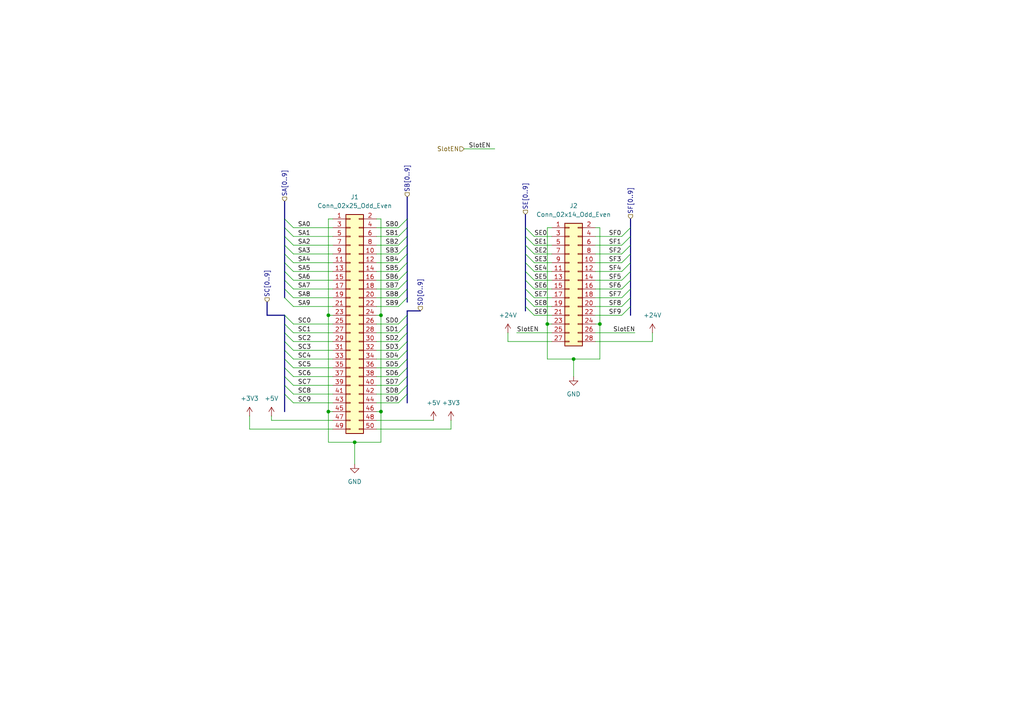
<source format=kicad_sch>
(kicad_sch (version 20231120) (generator "eeschema") (generator_version "8.0")
  (paper "A4")
  (lib_symbols
    (symbol "Connector_Generic:Conn_02x14_Odd_Even" (pin_names (offset 1.016) hide)
      (property "Reference" "J" (at 1.27 17.78 0))
      (property "Value" "Conn_02x14_Odd_Even" (at 1.27 -20.32 0))
      (symbol "Conn_02x14_Odd_Even_1_1"
        (rectangle (start -1.27 -17.653) (end 0 -17.907) (stroke (width 0.1524)))
        (rectangle (start -1.27 -15.113) (end 0 -15.367) (stroke (width 0.1524)))
        (rectangle (start -1.27 -12.573) (end 0 -12.827) (stroke (width 0.1524)))
        (rectangle (start -1.27 -10.033) (end 0 -10.287) (stroke (width 0.1524)))
        (rectangle (start -1.27 -7.493) (end 0 -7.747) (stroke (width 0.1524)))
        (rectangle (start -1.27 -4.953) (end 0 -5.207) (stroke (width 0.1524)))
        (rectangle (start -1.27 -2.413) (end 0 -2.667) (stroke (width 0.1524)))
        (rectangle (start -1.27 0.127) (end 0 -0.127) (stroke (width 0.1524)))
        (rectangle (start -1.27 2.667) (end 0 2.413) (stroke (width 0.1524)))
        (rectangle (start -1.27 5.207) (end 0 4.953) (stroke (width 0.1524)))
        (rectangle (start -1.27 7.747) (end 0 7.493) (stroke (width 0.1524)))
        (rectangle (start -1.27 10.287) (end 0 10.033) (stroke (width 0.1524)))
        (rectangle (start -1.27 12.827) (end 0 12.573) (stroke (width 0.1524)))
        (rectangle (start -1.27 15.367) (end 0 15.113) (stroke (width 0.1524)))
        (rectangle (start -1.27 16.51) (end 3.81 -19.05) (stroke (width 0.254)) (fill (type background)))
        (rectangle (start 3.81 -17.653) (end 2.54 -17.907) (stroke (width 0.1524)))
        (rectangle (start 3.81 -15.113) (end 2.54 -15.367) (stroke (width 0.1524)))
        (rectangle (start 3.81 -12.573) (end 2.54 -12.827) (stroke (width 0.1524)))
        (rectangle (start 3.81 -10.033) (end 2.54 -10.287) (stroke (width 0.1524)))
        (rectangle (start 3.81 -7.493) (end 2.54 -7.747) (stroke (width 0.1524)))
        (rectangle (start 3.81 -4.953) (end 2.54 -5.207) (stroke (width 0.1524)))
        (rectangle (start 3.81 -2.413) (end 2.54 -2.667) (stroke (width 0.1524)))
        (rectangle (start 3.81 0.127) (end 2.54 -0.127) (stroke (width 0.1524)))
        (rectangle (start 3.81 2.667) (end 2.54 2.413) (stroke (width 0.1524)))
        (rectangle (start 3.81 5.207) (end 2.54 4.953) (stroke (width 0.1524)))
        (rectangle (start 3.81 7.747) (end 2.54 7.493) (stroke (width 0.1524)))
        (rectangle (start 3.81 10.287) (end 2.54 10.033) (stroke (width 0.1524)))
        (rectangle (start 3.81 12.827) (end 2.54 12.573) (stroke (width 0.1524)))
        (rectangle (start 3.81 15.367) (end 2.54 15.113) (stroke (width 0.1524)))
        (pin passive line (at -5.08 15.24 0) (length 3.81) (name "Pin_1") (number "1"))
        (pin passive line (at 7.62 5.08 180) (length 3.81) (name "Pin_10") (number "10"))
        (pin passive line (at -5.08 2.54 0) (length 3.81) (name "Pin_11") (number "11"))
        (pin passive line (at 7.62 2.54 180) (length 3.81) (name "Pin_12") (number "12"))
        (pin passive line (at -5.08 0 0) (length 3.81) (name "Pin_13") (number "13"))
        (pin passive line (at 7.62 0 180) (length 3.81) (name "Pin_14") (number "14"))
        (pin passive line (at -5.08 -2.54 0) (length 3.81) (name "Pin_15") (number "15"))
        (pin passive line (at 7.62 -2.54 180) (length 3.81) (name "Pin_16") (number "16"))
        (pin passive line (at -5.08 -5.08 0) (length 3.81) (name "Pin_17") (number "17"))
        (pin passive line (at 7.62 -5.08 180) (length 3.81) (name "Pin_18") (number "18"))
        (pin passive line (at -5.08 -7.62 0) (length 3.81) (name "Pin_19") (number "19"))
        (pin passive line (at 7.62 15.24 180) (length 3.81) (name "Pin_2") (number "2"))
        (pin passive line (at 7.62 -7.62 180) (length 3.81) (name "Pin_20") (number "20"))
        (pin passive line (at -5.08 -10.16 0) (length 3.81) (name "Pin_21") (number "21"))
        (pin passive line (at 7.62 -10.16 180) (length 3.81) (name "Pin_22") (number "22"))
        (pin passive line (at -5.08 -12.7 0) (length 3.81) (name "Pin_23") (number "23"))
        (pin passive line (at 7.62 -12.7 180) (length 3.81) (name "Pin_24") (number "24"))
        (pin passive line (at -5.08 -15.24 0) (length 3.81) (name "Pin_25") (number "25"))
        (pin passive line (at 7.62 -15.24 180) (length 3.81) (name "Pin_26") (number "26"))
        (pin passive line (at -5.08 -17.78 0) (length 3.81) (name "Pin_27") (number "27"))
        (pin passive line (at 7.62 -17.78 180) (length 3.81) (name "Pin_28") (number "28"))
        (pin passive line (at -5.08 12.7 0) (length 3.81) (name "Pin_3") (number "3"))
        (pin passive line (at 7.62 12.7 180) (length 3.81) (name "Pin_4") (number "4"))
        (pin passive line (at -5.08 10.16 0) (length 3.81) (name "Pin_5") (number "5"))
        (pin passive line (at 7.62 10.16 180) (length 3.81) (name "Pin_6") (number "6"))
        (pin passive line (at -5.08 7.62 0) (length 3.81) (name "Pin_7") (number "7"))
        (pin passive line (at 7.62 7.62 180) (length 3.81) (name "Pin_8") (number "8"))
        (pin passive line (at -5.08 5.08 0) (length 3.81) (name "Pin_9") (number "9"))
      )
    )
    (symbol "Connector_Generic:Conn_02x25_Odd_Even" (pin_names (offset 1.016) hide)
      (property "Reference" "J" (at 1.27 33.02 0))
      (property "Value" "Conn_02x25_Odd_Even" (at 1.27 -33.02 0))
      (symbol "Conn_02x25_Odd_Even_1_1"
        (rectangle (start -1.27 -30.353) (end 0 -30.607) (stroke (width 0.1524)))
        (rectangle (start -1.27 -27.813) (end 0 -28.067) (stroke (width 0.1524)))
        (rectangle (start -1.27 -25.273) (end 0 -25.527) (stroke (width 0.1524)))
        (rectangle (start -1.27 -22.733) (end 0 -22.987) (stroke (width 0.1524)))
        (rectangle (start -1.27 -20.193) (end 0 -20.447) (stroke (width 0.1524)))
        (rectangle (start -1.27 -17.653) (end 0 -17.907) (stroke (width 0.1524)))
        (rectangle (start -1.27 -15.113) (end 0 -15.367) (stroke (width 0.1524)))
        (rectangle (start -1.27 -12.573) (end 0 -12.827) (stroke (width 0.1524)))
        (rectangle (start -1.27 -10.033) (end 0 -10.287) (stroke (width 0.1524)))
        (rectangle (start -1.27 -7.493) (end 0 -7.747) (stroke (width 0.1524)))
        (rectangle (start -1.27 -4.953) (end 0 -5.207) (stroke (width 0.1524)))
        (rectangle (start -1.27 -2.413) (end 0 -2.667) (stroke (width 0.1524)))
        (rectangle (start -1.27 0.127) (end 0 -0.127) (stroke (width 0.1524)))
        (rectangle (start -1.27 2.667) (end 0 2.413) (stroke (width 0.1524)))
        (rectangle (start -1.27 5.207) (end 0 4.953) (stroke (width 0.1524)))
        (rectangle (start -1.27 7.747) (end 0 7.493) (stroke (width 0.1524)))
        (rectangle (start -1.27 10.287) (end 0 10.033) (stroke (width 0.1524)))
        (rectangle (start -1.27 12.827) (end 0 12.573) (stroke (width 0.1524)))
        (rectangle (start -1.27 15.367) (end 0 15.113) (stroke (width 0.1524)))
        (rectangle (start -1.27 17.907) (end 0 17.653) (stroke (width 0.1524)))
        (rectangle (start -1.27 20.447) (end 0 20.193) (stroke (width 0.1524)))
        (rectangle (start -1.27 22.987) (end 0 22.733) (stroke (width 0.1524)))
        (rectangle (start -1.27 25.527) (end 0 25.273) (stroke (width 0.1524)))
        (rectangle (start -1.27 28.067) (end 0 27.813) (stroke (width 0.1524)))
        (rectangle (start -1.27 30.607) (end 0 30.353) (stroke (width 0.1524)))
        (rectangle (start -1.27 31.75) (end 3.81 -31.75) (stroke (width 0.254)) (fill (type background)))
        (rectangle (start 3.81 -30.353) (end 2.54 -30.607) (stroke (width 0.1524)))
        (rectangle (start 3.81 -27.813) (end 2.54 -28.067) (stroke (width 0.1524)))
        (rectangle (start 3.81 -25.273) (end 2.54 -25.527) (stroke (width 0.1524)))
        (rectangle (start 3.81 -22.733) (end 2.54 -22.987) (stroke (width 0.1524)))
        (rectangle (start 3.81 -20.193) (end 2.54 -20.447) (stroke (width 0.1524)))
        (rectangle (start 3.81 -17.653) (end 2.54 -17.907) (stroke (width 0.1524)))
        (rectangle (start 3.81 -15.113) (end 2.54 -15.367) (stroke (width 0.1524)))
        (rectangle (start 3.81 -12.573) (end 2.54 -12.827) (stroke (width 0.1524)))
        (rectangle (start 3.81 -10.033) (end 2.54 -10.287) (stroke (width 0.1524)))
        (rectangle (start 3.81 -7.493) (end 2.54 -7.747) (stroke (width 0.1524)))
        (rectangle (start 3.81 -4.953) (end 2.54 -5.207) (stroke (width 0.1524)))
        (rectangle (start 3.81 -2.413) (end 2.54 -2.667) (stroke (width 0.1524)))
        (rectangle (start 3.81 0.127) (end 2.54 -0.127) (stroke (width 0.1524)))
        (rectangle (start 3.81 2.667) (end 2.54 2.413) (stroke (width 0.1524)))
        (rectangle (start 3.81 5.207) (end 2.54 4.953) (stroke (width 0.1524)))
        (rectangle (start 3.81 7.747) (end 2.54 7.493) (stroke (width 0.1524)))
        (rectangle (start 3.81 10.287) (end 2.54 10.033) (stroke (width 0.1524)))
        (rectangle (start 3.81 12.827) (end 2.54 12.573) (stroke (width 0.1524)))
        (rectangle (start 3.81 15.367) (end 2.54 15.113) (stroke (width 0.1524)))
        (rectangle (start 3.81 17.907) (end 2.54 17.653) (stroke (width 0.1524)))
        (rectangle (start 3.81 20.447) (end 2.54 20.193) (stroke (width 0.1524)))
        (rectangle (start 3.81 22.987) (end 2.54 22.733) (stroke (width 0.1524)))
        (rectangle (start 3.81 25.527) (end 2.54 25.273) (stroke (width 0.1524)))
        (rectangle (start 3.81 28.067) (end 2.54 27.813) (stroke (width 0.1524)))
        (rectangle (start 3.81 30.607) (end 2.54 30.353) (stroke (width 0.1524)))
        (pin passive line (at -5.08 30.48 0) (length 3.81) (name "Pin_1") (number "1"))
        (pin passive line (at 7.62 20.32 180) (length 3.81) (name "Pin_10") (number "10"))
        (pin passive line (at -5.08 17.78 0) (length 3.81) (name "Pin_11") (number "11"))
        (pin passive line (at 7.62 17.78 180) (length 3.81) (name "Pin_12") (number "12"))
        (pin passive line (at -5.08 15.24 0) (length 3.81) (name "Pin_13") (number "13"))
        (pin passive line (at 7.62 15.24 180) (length 3.81) (name "Pin_14") (number "14"))
        (pin passive line (at -5.08 12.7 0) (length 3.81) (name "Pin_15") (number "15"))
        (pin passive line (at 7.62 12.7 180) (length 3.81) (name "Pin_16") (number "16"))
        (pin passive line (at -5.08 10.16 0) (length 3.81) (name "Pin_17") (number "17"))
        (pin passive line (at 7.62 10.16 180) (length 3.81) (name "Pin_18") (number "18"))
        (pin passive line (at -5.08 7.62 0) (length 3.81) (name "Pin_19") (number "19"))
        (pin passive line (at 7.62 30.48 180) (length 3.81) (name "Pin_2") (number "2"))
        (pin passive line (at 7.62 7.62 180) (length 3.81) (name "Pin_20") (number "20"))
        (pin passive line (at -5.08 5.08 0) (length 3.81) (name "Pin_21") (number "21"))
        (pin passive line (at 7.62 5.08 180) (length 3.81) (name "Pin_22") (number "22"))
        (pin passive line (at -5.08 2.54 0) (length 3.81) (name "Pin_23") (number "23"))
        (pin passive line (at 7.62 2.54 180) (length 3.81) (name "Pin_24") (number "24"))
        (pin passive line (at -5.08 0 0) (length 3.81) (name "Pin_25") (number "25"))
        (pin passive line (at 7.62 0 180) (length 3.81) (name "Pin_26") (number "26"))
        (pin passive line (at -5.08 -2.54 0) (length 3.81) (name "Pin_27") (number "27"))
        (pin passive line (at 7.62 -2.54 180) (length 3.81) (name "Pin_28") (number "28"))
        (pin passive line (at -5.08 -5.08 0) (length 3.81) (name "Pin_29") (number "29"))
        (pin passive line (at -5.08 27.94 0) (length 3.81) (name "Pin_3") (number "3"))
        (pin passive line (at 7.62 -5.08 180) (length 3.81) (name "Pin_30") (number "30"))
        (pin passive line (at -5.08 -7.62 0) (length 3.81) (name "Pin_31") (number "31"))
        (pin passive line (at 7.62 -7.62 180) (length 3.81) (name "Pin_32") (number "32"))
        (pin passive line (at -5.08 -10.16 0) (length 3.81) (name "Pin_33") (number "33"))
        (pin passive line (at 7.62 -10.16 180) (length 3.81) (name "Pin_34") (number "34"))
        (pin passive line (at -5.08 -12.7 0) (length 3.81) (name "Pin_35") (number "35"))
        (pin passive line (at 7.62 -12.7 180) (length 3.81) (name "Pin_36") (number "36"))
        (pin passive line (at -5.08 -15.24 0) (length 3.81) (name "Pin_37") (number "37"))
        (pin passive line (at 7.62 -15.24 180) (length 3.81) (name "Pin_38") (number "38"))
        (pin passive line (at -5.08 -17.78 0) (length 3.81) (name "Pin_39") (number "39"))
        (pin passive line (at 7.62 27.94 180) (length 3.81) (name "Pin_4") (number "4"))
        (pin passive line (at 7.62 -17.78 180) (length 3.81) (name "Pin_40") (number "40"))
        (pin passive line (at -5.08 -20.32 0) (length 3.81) (name "Pin_41") (number "41"))
        (pin passive line (at 7.62 -20.32 180) (length 3.81) (name "Pin_42") (number "42"))
        (pin passive line (at -5.08 -22.86 0) (length 3.81) (name "Pin_43") (number "43"))
        (pin passive line (at 7.62 -22.86 180) (length 3.81) (name "Pin_44") (number "44"))
        (pin passive line (at -5.08 -25.4 0) (length 3.81) (name "Pin_45") (number "45"))
        (pin passive line (at 7.62 -25.4 180) (length 3.81) (name "Pin_46") (number "46"))
        (pin passive line (at -5.08 -27.94 0) (length 3.81) (name "Pin_47") (number "47"))
        (pin passive line (at 7.62 -27.94 180) (length 3.81) (name "Pin_48") (number "48"))
        (pin passive line (at -5.08 -30.48 0) (length 3.81) (name "Pin_49") (number "49"))
        (pin passive line (at -5.08 25.4 0) (length 3.81) (name "Pin_5") (number "5"))
        (pin passive line (at 7.62 -30.48 180) (length 3.81) (name "Pin_50") (number "50"))
        (pin passive line (at 7.62 25.4 180) (length 3.81) (name "Pin_6") (number "6"))
        (pin passive line (at -5.08 22.86 0) (length 3.81) (name "Pin_7") (number "7"))
        (pin passive line (at 7.62 22.86 180) (length 3.81) (name "Pin_8") (number "8"))
        (pin passive line (at -5.08 20.32 0) (length 3.81) (name "Pin_9") (number "9"))
      )
    )
    (symbol "power:+24V" (power) (pin_numbers hide) (pin_names (offset 0) hide)
      (property "Value" "+24V" (at 0 3.556 0))
      (symbol "+24V_0_1"
        (polyline (pts (xy -0.762 1.27) (xy 0 2.54)))
        (polyline (pts (xy 0 0) (xy 0 2.54)))
        (polyline (pts (xy 0 2.54) (xy 0.762 1.27)))
      )
      (symbol "+24V_1_1"
        (pin power_in line (at 0 0 90) (length 0) (name "~") (number "1"))
      )
    )
    (symbol "power:+3V3" (power) (pin_numbers hide) (pin_names (offset 0) hide)
      (property "Value" "+3V3" (at 0 3.556 0))
      (symbol "+3V3_0_1"
        (polyline (pts (xy -0.762 1.27) (xy 0 2.54)))
        (polyline (pts (xy 0 0) (xy 0 2.54)))
        (polyline (pts (xy 0 2.54) (xy 0.762 1.27)))
      )
      (symbol "+3V3_1_1"
        (pin power_in line (at 0 0 90) (length 0) (name "~") (number "1"))
      )
    )
    (symbol "power:+5V" (power) (pin_numbers hide) (pin_names (offset 0) hide)
      (property "Value" "+5V" (at 0 3.556 0))
      (symbol "+5V_0_1"
        (polyline (pts (xy -0.762 1.27) (xy 0 2.54)))
        (polyline (pts (xy 0 0) (xy 0 2.54)))
        (polyline (pts (xy 0 2.54) (xy 0.762 1.27)))
      )
      (symbol "+5V_1_1"
        (pin power_in line (at 0 0 90) (length 0) (name "~") (number "1"))
      )
    )
    (symbol "power:GND" (power) (pin_numbers hide) (pin_names (offset 0) hide)
      (property "Value" "GND" (at 0 -3.81 0))
      (symbol "GND_0_1"
        (polyline (pts (xy 0 0) (xy 0 -1.27) (xy 1.27 -1.27) (xy 0 -2.54) (xy -1.27 -1.27) (xy 0 -1.27)))
      )
      (symbol "GND_1_1"
        (pin power_in line (at 0 0 270) (length 0) (name "~") (number "1"))
      )
    )
  )
  (junction (at 166.37 104.14))
  (junction (at 110.49 119.38))
  (junction (at 95.25 119.38))
  (junction (at 95.25 91.44))
  (junction (at 110.49 91.44))
  (junction (at 158.75 93.98))
  (junction (at 102.87 128.27))
  (junction (at 173.99 93.98))
  (bus_entry (at 118.11 76.2) (size -2.54 2.54))
  (bus_entry (at 118.11 71.12) (size -2.54 2.54))
  (bus_entry (at 82.55 63.5) (size 2.54 2.54))
  (bus_entry (at 152.4 83.82) (size 2.54 2.54))
  (bus_entry (at 82.55 93.98) (size 2.54 2.54))
  (bus_entry (at 118.11 86.36) (size -2.54 2.54))
  (bus_entry (at 118.11 83.82) (size -2.54 2.54))
  (bus_entry (at 82.55 91.44) (size 2.54 2.54))
  (bus_entry (at 82.55 81.28) (size 2.54 2.54))
  (bus_entry (at 82.55 109.22) (size 2.54 2.54))
  (bus_entry (at 182.88 76.2) (size -2.54 2.54))
  (bus_entry (at 118.11 104.14) (size -2.54 2.54))
  (bus_entry (at 118.11 93.98) (size -2.54 2.54))
  (bus_entry (at 82.55 78.74) (size 2.54 2.54))
  (bus_entry (at 182.88 86.36) (size -2.54 2.54))
  (bus_entry (at 152.4 68.58) (size 2.54 2.54))
  (bus_entry (at 118.11 63.5) (size -2.54 2.54))
  (bus_entry (at 152.4 73.66) (size 2.54 2.54))
  (bus_entry (at 82.55 86.36) (size 2.54 2.54))
  (bus_entry (at 118.11 114.3) (size -2.54 2.54))
  (bus_entry (at 118.11 99.06) (size -2.54 2.54))
  (bus_entry (at 82.55 104.14) (size 2.54 2.54))
  (bus_entry (at 152.4 78.74) (size 2.54 2.54))
  (bus_entry (at 182.88 83.82) (size -2.54 2.54))
  (bus_entry (at 118.11 96.52) (size -2.54 2.54))
  (bus_entry (at 152.4 71.12) (size 2.54 2.54))
  (bus_entry (at 82.55 76.2) (size 2.54 2.54))
  (bus_entry (at 82.55 68.58) (size 2.54 2.54))
  (bus_entry (at 118.11 78.74) (size -2.54 2.54))
  (bus_entry (at 82.55 96.52) (size 2.54 2.54))
  (bus_entry (at 118.11 101.6) (size -2.54 2.54))
  (bus_entry (at 182.88 73.66) (size -2.54 2.54))
  (bus_entry (at 118.11 73.66) (size -2.54 2.54))
  (bus_entry (at 82.55 73.66) (size 2.54 2.54))
  (bus_entry (at 118.11 68.58) (size -2.54 2.54))
  (bus_entry (at 82.55 83.82) (size 2.54 2.54))
  (bus_entry (at 182.88 78.74) (size -2.54 2.54))
  (bus_entry (at 182.88 68.58) (size -2.54 2.54))
  (bus_entry (at 118.11 81.28) (size -2.54 2.54))
  (bus_entry (at 182.88 81.28) (size -2.54 2.54))
  (bus_entry (at 118.11 111.76) (size -2.54 2.54))
  (bus_entry (at 82.55 106.68) (size 2.54 2.54))
  (bus_entry (at 152.4 88.9) (size 2.54 2.54))
  (bus_entry (at 152.4 81.28) (size 2.54 2.54))
  (bus_entry (at 118.11 106.68) (size -2.54 2.54))
  (bus_entry (at 118.11 109.22) (size -2.54 2.54))
  (bus_entry (at 182.88 88.9) (size -2.54 2.54))
  (bus_entry (at 152.4 76.2) (size 2.54 2.54))
  (bus_entry (at 82.55 66.04) (size 2.54 2.54))
  (bus_entry (at 82.55 114.3) (size 2.54 2.54))
  (bus_entry (at 82.55 99.06) (size 2.54 2.54))
  (bus_entry (at 82.55 101.6) (size 2.54 2.54))
  (bus_entry (at 82.55 71.12) (size 2.54 2.54))
  (bus_entry (at 182.88 71.12) (size -2.54 2.54))
  (bus_entry (at 182.88 66.04) (size -2.54 2.54))
  (bus_entry (at 118.11 91.44) (size -2.54 2.54))
  (bus_entry (at 118.11 66.04) (size -2.54 2.54))
  (bus_entry (at 82.55 111.76) (size 2.54 2.54))
  (bus_entry (at 152.4 66.04) (size 2.54 2.54))
  (bus_entry (at 152.4 86.36) (size 2.54 2.54))
  (wire (pts (xy 109.22 71.12) (xy 115.57 71.12)))
  (wire (pts (xy 85.09 101.6) (xy 96.52 101.6)))
  (wire (pts (xy 85.09 76.2) (xy 96.52 76.2)))
  (bus (pts (xy 82.55 73.66) (xy 82.55 76.2)))
  (wire (pts (xy 166.37 104.14) (xy 158.75 104.14)))
  (wire (pts (xy 109.22 119.38) (xy 110.49 119.38)))
  (bus (pts (xy 82.55 78.74) (xy 82.55 81.28)))
  (wire (pts (xy 134.62 43.18) (xy 143.51 43.18)))
  (wire (pts (xy 109.22 101.6) (xy 115.57 101.6)))
  (wire (pts (xy 158.75 93.98) (xy 158.75 104.14)))
  (bus (pts (xy 82.55 58.42) (xy 82.55 63.5)))
  (bus (pts (xy 152.4 73.66) (xy 152.4 76.2)))
  (bus (pts (xy 118.11 57.15) (xy 118.11 63.5)))
  (bus (pts (xy 82.55 93.98) (xy 82.55 96.52)))
  (bus (pts (xy 152.4 66.04) (xy 152.4 68.58)))
  (wire (pts (xy 154.94 83.82) (xy 160.02 83.82)))
  (bus (pts (xy 118.11 81.28) (xy 118.11 83.82)))
  (wire (pts (xy 110.49 119.38) (xy 110.49 128.27)))
  (bus (pts (xy 82.55 76.2) (xy 82.55 78.74)))
  (wire (pts (xy 172.72 91.44) (xy 180.34 91.44)))
  (bus (pts (xy 152.4 81.28) (xy 152.4 83.82)))
  (wire (pts (xy 102.87 128.27) (xy 95.25 128.27)))
  (wire (pts (xy 85.09 114.3) (xy 96.52 114.3)))
  (wire (pts (xy 109.22 99.06) (xy 115.57 99.06)))
  (bus (pts (xy 118.11 99.06) (xy 118.11 101.6)))
  (bus (pts (xy 182.88 73.66) (xy 182.88 76.2)))
  (bus (pts (xy 152.4 88.9) (xy 152.4 90.17)))
  (wire (pts (xy 109.22 109.22) (xy 115.57 109.22)))
  (bus (pts (xy 118.11 96.52) (xy 118.11 99.06)))
  (bus (pts (xy 82.55 68.58) (xy 82.55 71.12)))
  (bus (pts (xy 118.11 91.44) (xy 118.11 93.98)))
  (wire (pts (xy 85.09 96.52) (xy 96.52 96.52)))
  (bus (pts (xy 182.88 68.58) (xy 182.88 71.12)))
  (wire (pts (xy 109.22 86.36) (xy 115.57 86.36)))
  (wire (pts (xy 95.25 91.44) (xy 95.25 119.38)))
  (wire (pts (xy 154.94 78.74) (xy 160.02 78.74)))
  (bus (pts (xy 118.11 68.58) (xy 118.11 71.12)))
  (bus (pts (xy 82.55 104.14) (xy 82.55 106.68)))
  (bus (pts (xy 118.11 83.82) (xy 118.11 86.36)))
  (wire (pts (xy 109.22 73.66) (xy 115.57 73.66)))
  (wire (pts (xy 158.75 66.04) (xy 158.75 93.98)))
  (bus (pts (xy 82.55 81.28) (xy 82.55 83.82)))
  (bus (pts (xy 77.47 87.63) (xy 77.47 91.44)))
  (bus (pts (xy 118.11 63.5) (xy 118.11 66.04)))
  (bus (pts (xy 118.11 66.04) (xy 118.11 68.58)))
  (wire (pts (xy 85.09 81.28) (xy 96.52 81.28)))
  (wire (pts (xy 173.99 93.98) (xy 173.99 104.14)))
  (wire (pts (xy 109.22 78.74) (xy 115.57 78.74)))
  (bus (pts (xy 182.88 83.82) (xy 182.88 86.36)))
  (bus (pts (xy 152.4 86.36) (xy 152.4 88.9)))
  (bus (pts (xy 82.55 71.12) (xy 82.55 73.66)))
  (wire (pts (xy 172.72 88.9) (xy 180.34 88.9)))
  (bus (pts (xy 82.55 111.76) (xy 82.55 114.3)))
  (wire (pts (xy 110.49 63.5) (xy 110.49 91.44)))
  (wire (pts (xy 172.72 76.2) (xy 180.34 76.2)))
  (wire (pts (xy 154.94 71.12) (xy 160.02 71.12)))
  (wire (pts (xy 85.09 86.36) (xy 96.52 86.36)))
  (wire (pts (xy 158.75 66.04) (xy 160.02 66.04)))
  (wire (pts (xy 85.09 93.98) (xy 96.52 93.98)))
  (wire (pts (xy 109.22 91.44) (xy 110.49 91.44)))
  (bus (pts (xy 152.4 76.2) (xy 152.4 78.74)))
  (wire (pts (xy 109.22 96.52) (xy 115.57 96.52)))
  (wire (pts (xy 95.25 119.38) (xy 96.52 119.38)))
  (bus (pts (xy 118.11 73.66) (xy 118.11 76.2)))
  (wire (pts (xy 95.25 91.44) (xy 96.52 91.44)))
  (bus (pts (xy 118.11 104.14) (xy 118.11 106.68)))
  (wire (pts (xy 172.72 86.36) (xy 180.34 86.36)))
  (wire (pts (xy 95.25 119.38) (xy 95.25 128.27)))
  (wire (pts (xy 85.09 71.12) (xy 96.52 71.12)))
  (wire (pts (xy 173.99 66.04) (xy 173.99 93.98)))
  (bus (pts (xy 82.55 83.82) (xy 82.55 86.36)))
  (wire (pts (xy 85.09 111.76) (xy 96.52 111.76)))
  (wire (pts (xy 109.22 114.3) (xy 115.57 114.3)))
  (wire (pts (xy 109.22 63.5) (xy 110.49 63.5)))
  (wire (pts (xy 85.09 68.58) (xy 96.52 68.58)))
  (wire (pts (xy 109.22 93.98) (xy 115.57 93.98)))
  (wire (pts (xy 109.22 124.46) (xy 130.81 124.46)))
  (bus (pts (xy 152.4 71.12) (xy 152.4 73.66)))
  (wire (pts (xy 109.22 68.58) (xy 115.57 68.58)))
  (bus (pts (xy 77.47 91.44) (xy 82.55 91.44)))
  (bus (pts (xy 182.88 71.12) (xy 182.88 73.66)))
  (wire (pts (xy 166.37 104.14) (xy 166.37 109.22)))
  (bus (pts (xy 82.55 101.6) (xy 82.55 104.14)))
  (bus (pts (xy 82.55 99.06) (xy 82.55 101.6)))
  (wire (pts (xy 172.72 66.04) (xy 173.99 66.04)))
  (bus (pts (xy 118.11 111.76) (xy 118.11 114.3)))
  (wire (pts (xy 110.49 91.44) (xy 110.49 119.38)))
  (wire (pts (xy 85.09 78.74) (xy 96.52 78.74)))
  (bus (pts (xy 82.55 63.5) (xy 82.55 66.04)))
  (bus (pts (xy 82.55 109.22) (xy 82.55 111.76)))
  (wire (pts (xy 154.94 88.9) (xy 160.02 88.9)))
  (wire (pts (xy 85.09 106.68) (xy 96.52 106.68)))
  (bus (pts (xy 118.11 86.36) (xy 118.11 87.63)))
  (wire (pts (xy 172.72 73.66) (xy 180.34 73.66)))
  (bus (pts (xy 152.4 62.23) (xy 152.4 66.04)))
  (wire (pts (xy 85.09 109.22) (xy 96.52 109.22)))
  (wire (pts (xy 149.86 96.52) (xy 160.02 96.52)))
  (wire (pts (xy 172.72 71.12) (xy 180.34 71.12)))
  (wire (pts (xy 172.72 83.82) (xy 180.34 83.82)))
  (bus (pts (xy 118.11 90.17) (xy 118.11 91.44)))
  (wire (pts (xy 158.75 93.98) (xy 160.02 93.98)))
  (wire (pts (xy 109.22 111.76) (xy 115.57 111.76)))
  (bus (pts (xy 118.11 71.12) (xy 118.11 73.66)))
  (bus (pts (xy 182.88 88.9) (xy 182.88 91.44)))
  (wire (pts (xy 85.09 99.06) (xy 96.52 99.06)))
  (bus (pts (xy 118.11 109.22) (xy 118.11 111.76)))
  (wire (pts (xy 160.02 99.06) (xy 147.32 99.06)))
  (wire (pts (xy 109.22 104.14) (xy 115.57 104.14)))
  (bus (pts (xy 152.4 78.74) (xy 152.4 81.28)))
  (bus (pts (xy 82.55 91.44) (xy 82.55 93.98)))
  (wire (pts (xy 95.25 63.5) (xy 96.52 63.5)))
  (wire (pts (xy 109.22 88.9) (xy 115.57 88.9)))
  (wire (pts (xy 109.22 121.92) (xy 125.73 121.92)))
  (wire (pts (xy 109.22 81.28) (xy 115.57 81.28)))
  (bus (pts (xy 118.11 101.6) (xy 118.11 104.14)))
  (wire (pts (xy 85.09 88.9) (xy 96.52 88.9)))
  (wire (pts (xy 72.39 120.65) (xy 72.39 124.46)))
  (wire (pts (xy 172.72 81.28) (xy 180.34 81.28)))
  (bus (pts (xy 182.88 86.36) (xy 182.88 88.9)))
  (bus (pts (xy 82.55 114.3) (xy 82.55 119.38)))
  (bus (pts (xy 182.88 76.2) (xy 182.88 78.74)))
  (bus (pts (xy 121.92 90.17) (xy 118.11 90.17)))
  (wire (pts (xy 85.09 73.66) (xy 96.52 73.66)))
  (bus (pts (xy 82.55 96.52) (xy 82.55 99.06)))
  (wire (pts (xy 189.23 96.52) (xy 189.23 99.06)))
  (wire (pts (xy 96.52 124.46) (xy 72.39 124.46)))
  (wire (pts (xy 110.49 128.27) (xy 102.87 128.27)))
  (wire (pts (xy 154.94 73.66) (xy 160.02 73.66)))
  (wire (pts (xy 102.87 128.27) (xy 102.87 134.62)))
  (wire (pts (xy 130.81 121.92) (xy 130.81 124.46)))
  (wire (pts (xy 85.09 66.04) (xy 96.52 66.04)))
  (bus (pts (xy 182.88 66.04) (xy 182.88 68.58)))
  (wire (pts (xy 147.32 96.52) (xy 147.32 99.06)))
  (bus (pts (xy 82.55 106.68) (xy 82.55 109.22)))
  (wire (pts (xy 172.72 96.52) (xy 184.15 96.52)))
  (wire (pts (xy 85.09 83.82) (xy 96.52 83.82)))
  (wire (pts (xy 109.22 116.84) (xy 115.57 116.84)))
  (wire (pts (xy 173.99 104.14) (xy 166.37 104.14)))
  (wire (pts (xy 172.72 93.98) (xy 173.99 93.98)))
  (bus (pts (xy 118.11 78.74) (xy 118.11 81.28)))
  (bus (pts (xy 182.88 81.28) (xy 182.88 83.82)))
  (wire (pts (xy 109.22 76.2) (xy 115.57 76.2)))
  (wire (pts (xy 172.72 78.74) (xy 180.34 78.74)))
  (bus (pts (xy 182.88 63.5) (xy 182.88 66.04)))
  (wire (pts (xy 78.74 120.65) (xy 78.74 121.92)))
  (bus (pts (xy 118.11 106.68) (xy 118.11 109.22)))
  (wire (pts (xy 85.09 104.14) (xy 96.52 104.14)))
  (wire (pts (xy 154.94 81.28) (xy 160.02 81.28)))
  (bus (pts (xy 82.55 66.04) (xy 82.55 68.58)))
  (bus (pts (xy 118.11 93.98) (xy 118.11 96.52)))
  (wire (pts (xy 95.25 63.5) (xy 95.25 91.44)))
  (bus (pts (xy 152.4 83.82) (xy 152.4 86.36)))
  (wire (pts (xy 96.52 121.92) (xy 78.74 121.92)))
  (bus (pts (xy 118.11 76.2) (xy 118.11 78.74)))
  (wire (pts (xy 109.22 106.68) (xy 115.57 106.68)))
  (wire (pts (xy 172.72 68.58) (xy 180.34 68.58)))
  (wire (pts (xy 154.94 68.58) (xy 160.02 68.58)))
  (wire (pts (xy 109.22 83.82) (xy 115.57 83.82)))
  (wire (pts (xy 154.94 91.44) (xy 160.02 91.44)))
  (wire (pts (xy 109.22 66.04) (xy 115.57 66.04)))
  (bus (pts (xy 118.11 114.3) (xy 118.11 116.84)))
  (wire (pts (xy 172.72 99.06) (xy 189.23 99.06)))
  (bus (pts (xy 182.88 78.74) (xy 182.88 81.28)))
  (wire (pts (xy 154.94 76.2) (xy 160.02 76.2)))
  (bus (pts (xy 152.4 68.58) (xy 152.4 71.12)))
  (wire (pts (xy 85.09 116.84) (xy 96.52 116.84)))
  (wire (pts (xy 154.94 86.36) (xy 160.02 86.36)))
  (label "SD2" (at 111.76 99.06 0))
  (label "SA1" (at 86.36 68.58 0))
  (label "SD3" (at 111.76 101.6 0))
  (label "SA9" (at 86.36 88.9 0))
  (label "SC1" (at 86.36 96.52 0))
  (label "SA4" (at 86.36 76.2 0))
  (label "SC0" (at 86.36 93.98 0))
  (label "SC4" (at 86.36 104.14 0))
  (label "SE3" (at 154.94 76.2 0))
  (label "SD8" (at 111.76 114.3 0))
  (label "SF6" (at 176.53 83.82 0))
  (label "SF1" (at 176.53 71.12 0))
  (label "SlotEN" (at 149.86 96.52 0))
  (label "SB7" (at 111.76 83.82 0))
  (label "SC5" (at 86.36 106.68 0))
  (label "SA0" (at 86.36 66.04 0))
  (label "SF8" (at 176.53 88.9 0))
  (label "SC2" (at 86.36 99.06 0))
  (label "SlotEN" (at 177.8 96.52 0))
  (label "SF0" (at 176.53 68.58 0))
  (label "SB1" (at 111.76 68.58 0))
  (label "SB0" (at 111.76 66.04 0))
  (label "SB4" (at 111.76 76.2 0))
  (label "SF5" (at 176.53 81.28 0))
  (label "SE9" (at 154.94 91.44 0))
  (label "SA7" (at 86.36 83.82 0))
  (label "SC7" (at 86.36 111.76 0))
  (label "SF4" (at 176.53 78.74 0))
  (label "SE1" (at 154.94 71.12 0))
  (label "SE0" (at 154.94 68.58 0))
  (label "SE5" (at 154.94 81.28 0))
  (label "SD4" (at 111.76 104.14 0))
  (label "SB9" (at 111.76 88.9 0))
  (label "SD7" (at 111.76 111.76 0))
  (label "SD9" (at 111.76 116.84 0))
  (label "SC9" (at 86.36 116.84 0))
  (label "SE2" (at 154.94 73.66 0))
  (label "SF9" (at 176.53 91.44 0))
  (label "SlotEN" (at 135.89 43.18 0))
  (label "SA2" (at 86.36 71.12 0))
  (label "SE6" (at 154.94 83.82 0))
  (label "SA3" (at 86.36 73.66 0))
  (label "SF3" (at 176.53 76.2 0))
  (label "SB5" (at 111.76 78.74 0))
  (label "SE8" (at 154.94 88.9 0))
  (label "SB8" (at 111.76 86.36 0))
  (label "SA5" (at 86.36 78.74 0))
  (label "SD6" (at 111.76 109.22 0))
  (label "SF7" (at 176.53 86.36 0))
  (label "SD5" (at 111.76 106.68 0))
  (label "SB3" (at 111.76 73.66 0))
  (label "SA6" (at 86.36 81.28 0))
  (label "SA8" (at 86.36 86.36 0))
  (label "SC3" (at 86.36 101.6 0))
  (label "SE4" (at 154.94 78.74 0))
  (label "SC8" (at 86.36 114.3 0))
  (label "SD0" (at 111.76 93.98 0))
  (label "SE7" (at 154.94 86.36 0))
  (label "SB6" (at 111.76 81.28 0))
  (label "SD1" (at 111.76 96.52 0))
  (label "SB2" (at 111.76 71.12 0))
  (label "SF2" (at 176.53 73.66 0))
  (label "SC6" (at 86.36 109.22 0))
  (hierarchical_label "SB[0..9]" (shape input) (at 118.11 57.15 90))
  (hierarchical_label "SE[0..9]" (shape input) (at 152.4 62.23 90))
  (hierarchical_label "SF[0..9]" (shape input) (at 182.88 63.5 90))
  (hierarchical_label "SC[0..9]" (shape input) (at 77.47 87.63 90))
  (hierarchical_label "SD[0..9]" (shape input) (at 121.92 90.17 90))
  (hierarchical_label "SA[0..9]" (shape input) (at 82.55 58.42 90))
  (hierarchical_label "SlotEN" (shape input) (at 134.62 43.18 180))
  (symbol (lib_id "power:GND") (at 166.37 109.22 0) (unit 1)
    (property "Reference" "#PWR011" (effects (hide yes)))
    (property "Value" "GND" (at 166.37 114.3 0))
    (property "Description" "Power symbol creates a global label with name \"GND\" , ground" (effects (hide yes)))
  )
  (symbol (lib_id "power:+5V") (at 125.73 121.92 0) (unit 1)
    (property "Reference" "#PWR08" (effects (hide yes)))
    (property "Value" "+5V" (at 125.73 116.84 0))
    (property "Description" "Power symbol creates a global label with name \"+5V\"" (effects (hide yes)))
  )
  (symbol (lib_id "power:+24V") (at 147.32 96.52 0) (unit 1)
    (property "Reference" "#PWR010" (effects (hide yes)))
    (property "Value" "+24V" (at 147.32 91.44 0))
    (property "Description" "Power symbol creates a global label with name \"+24V\"" (effects (hide yes)))
  )
  (symbol (lib_id "power:+3V3") (at 72.39 120.65 0) (unit 1)
    (property "Reference" "#PWR05" (effects (hide yes)))
    (property "Value" "+3V3" (at 72.39 115.57 0))
    (property "Description" "Power symbol creates a global label with name \"+3V3\"" (effects (hide yes)))
  )
  (symbol (lib_id "Connector_Generic:Conn_02x14_Odd_Even") (at 165.1 81.28 0) (unit 1)
    (property "Reference" "J2" (at 166.37 59.69 0))
    (property "Value" "Conn_02x14_Odd_Even" (at 166.37 62.23 0))
    (property "Footprint" "Connector_PinHeader_2.54mm:PinHeader_2x14_P2.54mm_Horizontal" (effects (hide yes)))
    (property "Description" "Generic connector, double row, 02x14, odd/even pin numbering scheme (row 1 odd numbers, row 2 even numbers), script generated (kicad-library-utils/schlib/autogen/connector/)" (effects (hide yes)))
  )
  (symbol (lib_id "power:+24V") (at 189.23 96.52 0) (unit 1)
    (property "Reference" "#PWR012" (effects (hide yes)))
    (property "Value" "+24V" (at 189.23 91.44 0))
    (property "Description" "Power symbol creates a global label with name \"+24V\"" (effects (hide yes)))
  )
  (symbol (lib_id "power:+5V") (at 78.74 120.65 0) (unit 1)
    (property "Reference" "#PWR06" (effects (hide yes)))
    (property "Value" "+5V" (at 78.74 115.57 0))
    (property "Description" "Power symbol creates a global label with name \"+5V\"" (effects (hide yes)))
  )
  (symbol (lib_id "power:GND") (at 102.87 134.62 0) (unit 1)
    (property "Reference" "#PWR07" (effects (hide yes)))
    (property "Value" "GND" (at 102.87 139.7 0))
    (property "Description" "Power symbol creates a global label with name \"GND\" , ground" (effects (hide yes)))
  )
  (symbol (lib_id "Connector_Generic:Conn_02x25_Odd_Even") (at 101.6 93.98 0) (unit 1)
    (property "Reference" "J1" (at 102.87 57.15 0))
    (property "Value" "Conn_02x25_Odd_Even" (at 102.87 59.69 0))
    (property "Footprint" "Connector_PinHeader_2.54mm:PinHeader_2x25_P2.54mm_Horizontal" (effects (hide yes)))
    (property "Description" "Generic connector, double row, 02x25, odd/even pin numbering scheme (row 1 odd numbers, row 2 even numbers), script generated (kicad-library-utils/schlib/autogen/connector/)" (effects (hide yes)))
  )
  (symbol (lib_id "power:+3V3") (at 130.81 121.92 0) (unit 1)
    (property "Reference" "#PWR09" (effects (hide yes)))
    (property "Value" "+3V3" (at 130.81 116.84 0))
    (property "Description" "Power symbol creates a global label with name \"+3V3\"" (effects (hide yes)))
  )
)
</source>
